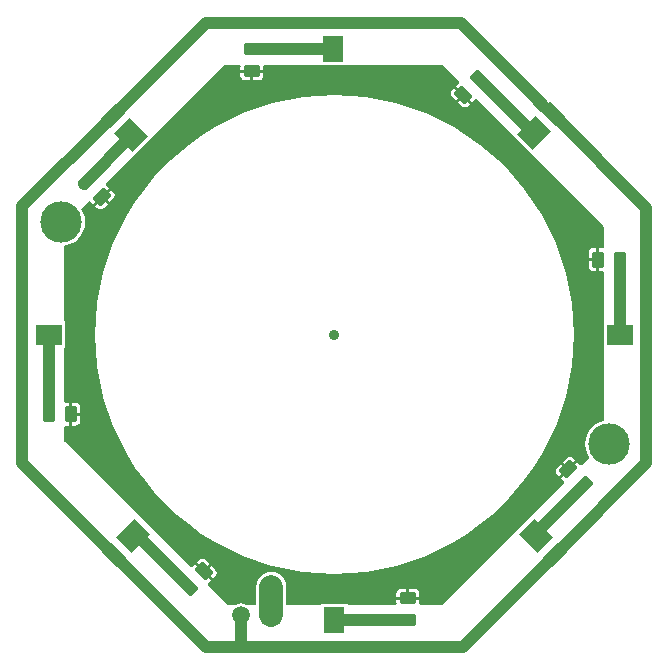
<source format=gtl>
G04*
G04 #@! TF.GenerationSoftware,Altium Limited,Altium Designer,19.0.10 (269)*
G04*
G04 Layer_Physical_Order=1*
G04 Layer_Color=255*
%FSLAX25Y25*%
%MOIN*%
G70*
G01*
G75*
G04:AMPARAMS|DCode=29|XSize=39.37mil|YSize=55.91mil|CornerRadius=4.92mil|HoleSize=0mil|Usage=FLASHONLY|Rotation=0.000|XOffset=0mil|YOffset=0mil|HoleType=Round|Shape=RoundedRectangle|*
%AMROUNDEDRECTD29*
21,1,0.03937,0.04606,0,0,0.0*
21,1,0.02953,0.05591,0,0,0.0*
1,1,0.00984,0.01476,-0.02303*
1,1,0.00984,-0.01476,-0.02303*
1,1,0.00984,-0.01476,0.02303*
1,1,0.00984,0.01476,0.02303*
%
%ADD29ROUNDEDRECTD29*%
%ADD30R,0.08661X0.07087*%
%ADD31R,0.04331X0.07087*%
G04:AMPARAMS|DCode=32|XSize=86.61mil|YSize=70.87mil|CornerRadius=0mil|HoleSize=0mil|Usage=FLASHONLY|Rotation=135.000|XOffset=0mil|YOffset=0mil|HoleType=Round|Shape=Rectangle|*
%AMROTATEDRECTD32*
4,1,4,0.05568,-0.00557,0.00557,-0.05568,-0.05568,0.00557,-0.00557,0.05568,0.05568,-0.00557,0.0*
%
%ADD32ROTATEDRECTD32*%

G04:AMPARAMS|DCode=33|XSize=43.31mil|YSize=70.87mil|CornerRadius=0mil|HoleSize=0mil|Usage=FLASHONLY|Rotation=135.000|XOffset=0mil|YOffset=0mil|HoleType=Round|Shape=Rectangle|*
%AMROTATEDRECTD33*
4,1,4,0.04037,0.00974,-0.00974,-0.04037,-0.04037,-0.00974,0.00974,0.04037,0.04037,0.00974,0.0*
%
%ADD33ROTATEDRECTD33*%

G04:AMPARAMS|DCode=34|XSize=39.37mil|YSize=55.91mil|CornerRadius=4.92mil|HoleSize=0mil|Usage=FLASHONLY|Rotation=315.000|XOffset=0mil|YOffset=0mil|HoleType=Round|Shape=RoundedRectangle|*
%AMROUNDEDRECTD34*
21,1,0.03937,0.04606,0,0,315.0*
21,1,0.02953,0.05591,0,0,315.0*
1,1,0.00984,-0.00585,-0.02673*
1,1,0.00984,-0.02673,-0.00585*
1,1,0.00984,0.00585,0.02673*
1,1,0.00984,0.02673,0.00585*
%
%ADD34ROUNDEDRECTD34*%
%ADD35R,0.07087X0.08661*%
%ADD36R,0.07087X0.04331*%
G04:AMPARAMS|DCode=37|XSize=39.37mil|YSize=55.91mil|CornerRadius=4.92mil|HoleSize=0mil|Usage=FLASHONLY|Rotation=270.000|XOffset=0mil|YOffset=0mil|HoleType=Round|Shape=RoundedRectangle|*
%AMROUNDEDRECTD37*
21,1,0.03937,0.04606,0,0,270.0*
21,1,0.02953,0.05591,0,0,270.0*
1,1,0.00984,-0.02303,-0.01476*
1,1,0.00984,-0.02303,0.01476*
1,1,0.00984,0.02303,0.01476*
1,1,0.00984,0.02303,-0.01476*
%
%ADD37ROUNDEDRECTD37*%
G04:AMPARAMS|DCode=38|XSize=39.37mil|YSize=55.91mil|CornerRadius=4.92mil|HoleSize=0mil|Usage=FLASHONLY|Rotation=225.000|XOffset=0mil|YOffset=0mil|HoleType=Round|Shape=RoundedRectangle|*
%AMROUNDEDRECTD38*
21,1,0.03937,0.04606,0,0,225.0*
21,1,0.02953,0.05591,0,0,225.0*
1,1,0.00984,-0.02673,0.00585*
1,1,0.00984,-0.00585,0.02673*
1,1,0.00984,0.02673,-0.00585*
1,1,0.00984,0.00585,-0.02673*
%
%ADD38ROUNDEDRECTD38*%
G04:AMPARAMS|DCode=39|XSize=86.61mil|YSize=70.87mil|CornerRadius=0mil|HoleSize=0mil|Usage=FLASHONLY|Rotation=45.000|XOffset=0mil|YOffset=0mil|HoleType=Round|Shape=Rectangle|*
%AMROTATEDRECTD39*
4,1,4,-0.00557,-0.05568,-0.05568,-0.00557,0.00557,0.05568,0.05568,0.00557,-0.00557,-0.05568,0.0*
%
%ADD39ROTATEDRECTD39*%

G04:AMPARAMS|DCode=40|XSize=43.31mil|YSize=70.87mil|CornerRadius=0mil|HoleSize=0mil|Usage=FLASHONLY|Rotation=45.000|XOffset=0mil|YOffset=0mil|HoleType=Round|Shape=Rectangle|*
%AMROTATEDRECTD40*
4,1,4,0.00974,-0.04037,-0.04037,0.00974,-0.00974,0.04037,0.04037,-0.00974,0.00974,-0.04037,0.0*
%
%ADD40ROTATEDRECTD40*%

%ADD41C,0.03937*%
%ADD42C,0.07874*%
%ADD43C,0.13780*%
%ADD44R,0.05906X0.05906*%
%ADD45C,0.05906*%
%ADD46C,0.03500*%
G36*
X271583Y286417D02*
X271483Y285810D01*
X271237Y285645D01*
X270546Y284955D01*
X273251Y282251D01*
X275955Y279546D01*
X276645Y280237D01*
X276810Y280483D01*
X277417Y280583D01*
X320000Y238000D01*
Y231182D01*
X319500Y230784D01*
X319295Y230824D01*
X318319D01*
Y227000D01*
Y223176D01*
X319295D01*
X319500Y223216D01*
X320000Y222818D01*
Y206543D01*
X319768D01*
Y197457D01*
X320000D01*
Y173280D01*
X319953Y173276D01*
X318466Y172825D01*
X317095Y172092D01*
X315894Y171106D01*
X314908Y169904D01*
X314176Y168534D01*
X313724Y167047D01*
X313572Y165500D01*
X313724Y163953D01*
X314176Y162466D01*
X314908Y161095D01*
X314993Y160993D01*
X312417Y158417D01*
X311810Y158517D01*
X311645Y158763D01*
X310955Y159454D01*
X308251Y156749D01*
X305546Y154045D01*
X306237Y153355D01*
X306483Y153190D01*
X306583Y152583D01*
X266000Y112000D01*
X258682D01*
X258284Y112500D01*
X258325Y112705D01*
Y113681D01*
X254500D01*
X250676D01*
Y112705D01*
X250716Y112500D01*
X250318Y112000D01*
X234543D01*
Y112157D01*
X225457D01*
Y112000D01*
X213980D01*
Y117897D01*
X213810Y119186D01*
X213313Y120387D01*
X212521Y121418D01*
X211490Y122210D01*
X210289Y122707D01*
X209000Y122877D01*
X207711Y122707D01*
X206510Y122210D01*
X205479Y121418D01*
X204688Y120387D01*
X204190Y119186D01*
X204020Y117897D01*
Y112000D01*
X200879D01*
X200032Y112351D01*
X199000Y112487D01*
X197968Y112351D01*
X197121Y112000D01*
X194500D01*
X187917Y118583D01*
X188017Y119190D01*
X188263Y119355D01*
X188954Y120045D01*
X186249Y122749D01*
X183545Y125454D01*
X182855Y124763D01*
X182690Y124517D01*
X182083Y124417D01*
X140000Y166500D01*
Y171323D01*
X140500Y171718D01*
X140713Y171676D01*
X141689D01*
Y175500D01*
Y179324D01*
X140713D01*
X140500Y179282D01*
X140000Y179677D01*
Y197457D01*
X140157D01*
Y206543D01*
X140000D01*
Y231671D01*
X140547Y231724D01*
X142034Y232175D01*
X143404Y232908D01*
X144606Y233894D01*
X145592Y235096D01*
X146325Y236466D01*
X146776Y237953D01*
X146928Y239500D01*
X146776Y241047D01*
X146325Y242534D01*
X145592Y243904D01*
X145507Y244007D01*
X148083Y246583D01*
X148690Y246483D01*
X148855Y246237D01*
X149545Y245546D01*
X152249Y248251D01*
X154954Y250955D01*
X154263Y251645D01*
X154017Y251810D01*
X153917Y252417D01*
X193500Y292000D01*
X198318D01*
X198716Y291500D01*
X198676Y291295D01*
Y290319D01*
X202500D01*
X206325D01*
Y291295D01*
X206284Y291500D01*
X206682Y292000D01*
X224957D01*
Y291843D01*
X234043D01*
Y292000D01*
X266000D01*
X271583Y286417D01*
D02*
G37*
G36*
X301037Y279963D02*
X300025Y278950D01*
X303237Y275737D01*
X302530Y275030D01*
X299317Y278243D01*
X298287Y277213D01*
X271500Y304000D01*
X234043D01*
Y305492D01*
X229500D01*
Y306492D01*
X234043D01*
Y308000D01*
X273000D01*
X301037Y279963D01*
D02*
G37*
%LPC*%
G36*
X206325Y289319D02*
X203000D01*
Y286821D01*
X204803D01*
X205385Y286937D01*
X205879Y287267D01*
X206209Y287760D01*
X206325Y288342D01*
Y289319D01*
D02*
G37*
G36*
X202000D02*
X198676D01*
Y288342D01*
X198791Y287760D01*
X199121Y287267D01*
X199615Y286937D01*
X200197Y286821D01*
X202000D01*
Y289319D01*
D02*
G37*
G36*
X269839Y284248D02*
X269149Y283557D01*
X268819Y283064D01*
X268703Y282482D01*
X268819Y281899D01*
X269149Y281406D01*
X270424Y280131D01*
X272190Y281897D01*
X269839Y284248D01*
D02*
G37*
G36*
X272897Y281190D02*
X271131Y279424D01*
X272406Y278149D01*
X272900Y277819D01*
X273482Y277703D01*
X274064Y277819D01*
X274557Y278149D01*
X275248Y278839D01*
X272897Y281190D01*
D02*
G37*
G36*
X155661Y250248D02*
X153310Y247897D01*
X155076Y246131D01*
X156351Y247406D01*
X156681Y247900D01*
X156797Y248482D01*
X156681Y249064D01*
X156351Y249557D01*
X155661Y250248D01*
D02*
G37*
G36*
X152603Y247190D02*
X150252Y244839D01*
X150943Y244149D01*
X151436Y243819D01*
X152018Y243703D01*
X152601Y243819D01*
X153094Y244149D01*
X154369Y245424D01*
X152603Y247190D01*
D02*
G37*
G36*
X317319Y230824D02*
X316342D01*
X315760Y230709D01*
X315267Y230379D01*
X314937Y229885D01*
X314821Y229303D01*
Y227500D01*
X317319D01*
Y230824D01*
D02*
G37*
G36*
Y226500D02*
X314821D01*
Y224697D01*
X314937Y224115D01*
X315267Y223621D01*
X315760Y223291D01*
X316342Y223176D01*
X317319D01*
Y226500D01*
D02*
G37*
G36*
X143665Y179324D02*
X142689D01*
Y176000D01*
X145187D01*
Y177803D01*
X145071Y178385D01*
X144741Y178879D01*
X144248Y179209D01*
X143665Y179324D01*
D02*
G37*
G36*
X145187Y175000D02*
X142689D01*
Y171676D01*
X143665D01*
X144248Y171791D01*
X144741Y172121D01*
X145071Y172615D01*
X145187Y173197D01*
Y175000D01*
D02*
G37*
G36*
X308482Y161297D02*
X307899Y161181D01*
X307406Y160851D01*
X306131Y159576D01*
X307897Y157810D01*
X310248Y160161D01*
X309557Y160851D01*
X309064Y161181D01*
X308482Y161297D01*
D02*
G37*
G36*
X305424Y158869D02*
X304149Y157594D01*
X303819Y157100D01*
X303703Y156518D01*
X303819Y155936D01*
X304149Y155443D01*
X304839Y154752D01*
X307190Y157103D01*
X305424Y158869D01*
D02*
G37*
G36*
X186018Y127297D02*
X185436Y127181D01*
X184943Y126851D01*
X184252Y126161D01*
X186603Y123810D01*
X188369Y125576D01*
X187094Y126851D01*
X186600Y127181D01*
X186018Y127297D01*
D02*
G37*
G36*
X230000Y281783D02*
X224782Y281612D01*
X219586Y281100D01*
X214435Y280250D01*
X209351Y279064D01*
X204355Y277549D01*
X199468Y275710D01*
X194713Y273555D01*
X190109Y271094D01*
X185675Y268337D01*
X181431Y265296D01*
X177395Y261984D01*
X173585Y258415D01*
X170016Y254605D01*
X166704Y250569D01*
X163663Y246325D01*
X160906Y241891D01*
X158445Y237287D01*
X156290Y232532D01*
X154451Y227645D01*
X152936Y222649D01*
X151750Y217565D01*
X150900Y212414D01*
X150388Y207218D01*
X150217Y202000D01*
X150388Y196782D01*
X150900Y191586D01*
X151750Y186435D01*
X152936Y181351D01*
X154451Y176355D01*
X156290Y171468D01*
X158445Y166713D01*
X160906Y162109D01*
X163663Y157675D01*
X166704Y153431D01*
X170016Y149396D01*
X173585Y145585D01*
X177395Y142016D01*
X181431Y138704D01*
X185675Y135663D01*
X190109Y132906D01*
X194713Y130445D01*
X199468Y128290D01*
X204355Y126451D01*
X209351Y124936D01*
X214435Y123750D01*
X219586Y122900D01*
X224782Y122388D01*
X230000Y122217D01*
X235218Y122388D01*
X240414Y122900D01*
X245565Y123750D01*
X250649Y124936D01*
X255645Y126451D01*
X260532Y128290D01*
X265287Y130445D01*
X269891Y132906D01*
X274325Y135663D01*
X278569Y138704D01*
X282605Y142016D01*
X286415Y145585D01*
X289984Y149396D01*
X293296Y153431D01*
X296337Y157675D01*
X299094Y162109D01*
X301555Y166713D01*
X303710Y171468D01*
X305549Y176355D01*
X307064Y181351D01*
X308250Y186435D01*
X309100Y191586D01*
X309612Y196782D01*
X309783Y202000D01*
X309612Y207218D01*
X309100Y212414D01*
X308250Y217565D01*
X307064Y222649D01*
X305549Y227645D01*
X303710Y232532D01*
X301555Y237287D01*
X299094Y241891D01*
X296337Y246325D01*
X293296Y250569D01*
X289984Y254605D01*
X286415Y258415D01*
X282605Y261984D01*
X278569Y265296D01*
X274325Y268337D01*
X269891Y271094D01*
X265287Y273555D01*
X260532Y275710D01*
X255645Y277549D01*
X250649Y279064D01*
X245565Y280250D01*
X240414Y281100D01*
X235218Y281612D01*
X230000Y281783D01*
D02*
G37*
G36*
X189076Y124869D02*
X187310Y123103D01*
X189661Y120752D01*
X190351Y121443D01*
X190681Y121936D01*
X190797Y122518D01*
X190681Y123100D01*
X190351Y123594D01*
X189076Y124869D01*
D02*
G37*
G36*
X256803Y117179D02*
X255000D01*
Y114681D01*
X258325D01*
Y115657D01*
X258209Y116240D01*
X257879Y116733D01*
X257385Y117063D01*
X256803Y117179D01*
D02*
G37*
G36*
X254000D02*
X252197D01*
X251615Y117063D01*
X251121Y116733D01*
X250791Y116240D01*
X250676Y115657D01*
Y114681D01*
X254000D01*
Y117179D01*
D02*
G37*
%LPD*%
D29*
X134827Y175500D02*
D03*
X142189D02*
D03*
X325181Y227000D02*
D03*
X317819D02*
D03*
D30*
X134827Y202000D02*
D03*
X325098D02*
D03*
D31*
X126008D02*
D03*
X333917D02*
D03*
D32*
X162352Y268648D02*
D03*
X297148Y134852D02*
D03*
D33*
X156116Y274884D02*
D03*
X303383Y128616D02*
D03*
D34*
X147397Y253103D02*
D03*
X152603Y247897D02*
D03*
X313103Y151897D02*
D03*
X307897Y157103D02*
D03*
D35*
X229500Y297173D02*
D03*
X230000Y106827D02*
D03*
D36*
X229500Y305992D02*
D03*
X230000Y98008D02*
D03*
D37*
X202500Y297181D02*
D03*
Y289819D02*
D03*
X254500Y106819D02*
D03*
Y114181D02*
D03*
D38*
X278103Y287103D02*
D03*
X272897Y281897D02*
D03*
X181397Y117897D02*
D03*
X186603Y123103D02*
D03*
D39*
X296648Y269148D02*
D03*
X162852Y134852D02*
D03*
D40*
X302884Y275383D02*
D03*
X156616Y128616D02*
D03*
D41*
X146647Y252353D02*
X162352Y268058D01*
X238992Y305992D02*
X239000Y306000D01*
X229500Y305992D02*
X238992D01*
X297989Y280000D02*
X302605Y275383D01*
X302884D01*
X162352Y268058D02*
Y268648D01*
X229492Y297181D02*
X229500Y297173D01*
X202500Y297181D02*
X229492D01*
X278103Y287103D02*
X296058Y269148D01*
X296648D01*
X325181Y202083D02*
Y227000D01*
X325098Y202000D02*
X325181Y202083D01*
X297148Y135942D02*
X313103Y151897D01*
X297148Y134852D02*
Y135942D01*
X230008Y106819D02*
X254500D01*
X230000Y106827D02*
X230008Y106819D01*
X134827Y175500D02*
Y202000D01*
X164442Y134852D02*
X181397Y117897D01*
X162852Y134852D02*
X164442D01*
X198500Y98008D02*
X230000D01*
X187225D02*
X198500D01*
X199000Y98508D01*
Y108500D01*
X302884Y275383D02*
X333917Y244350D01*
Y202000D02*
Y244350D01*
X187225Y305992D02*
X229500D01*
X156116Y274884D02*
X187225Y305992D01*
X126008Y244775D02*
X156116Y274884D01*
X126008Y202000D02*
Y244775D01*
Y159225D02*
Y202000D01*
Y159225D02*
X156616Y128616D01*
X187225Y98008D01*
X230000D02*
X272775D01*
X303383Y128616D01*
X333917Y159150D01*
Y202000D01*
D42*
X209000Y108500D02*
Y117897D01*
D43*
X139000Y239500D02*
D03*
X321500Y165500D02*
D03*
D44*
X209000Y108500D02*
D03*
D45*
X199000D02*
D03*
D46*
X230000Y202000D02*
D03*
M02*

</source>
